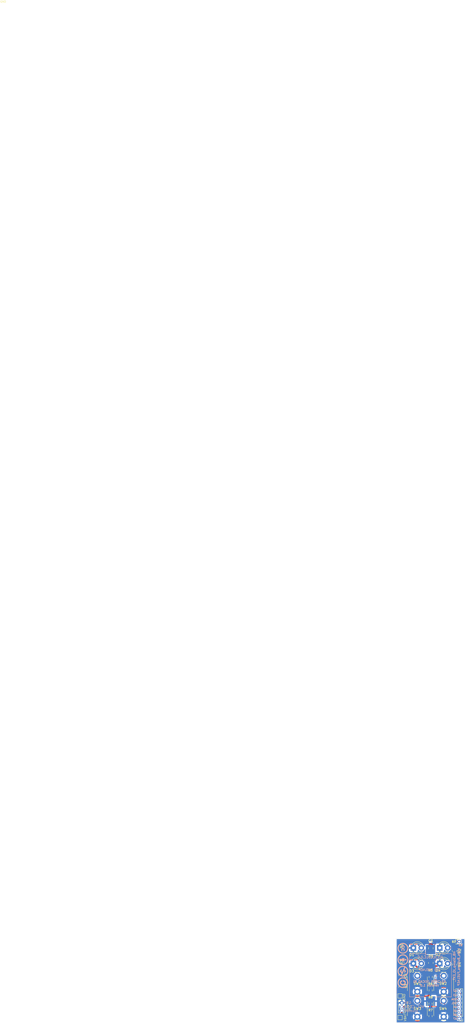
<source format=kicad_pcb>
(kicad_pcb (version 20240108) (generator "pcbnew") (generator_version "8.0")
  (title_block (title "HB_Stamp_ATMega1284P_FUEL4EP") (date "2024-09-29") (rev "1.5") (company "FUEL4EP"))
  (layers (0 "F.Cu" jumper) (31 "B.Cu" signal) (34 "B.Paste" user) (35 "F.Paste" user) (36 "B.SilkS" user "B.Silkscreen") (37 "F.SilkS" user "F.Silkscreen") (38 "B.Mask" user) (39 "F.Mask" user) (44 "Edge.Cuts" user))
  (net 0 "")
  (net 1 "GND")
  (net 2 "Net-(D1-A)")
  (net 3 "Net-(D2-A)")
  (net 4 "/SCL")
  (net 5 "/SDA")
  (net 6 "Net-(D3-A)")
  (net 7 "Net-(D4-A)")
  (net 8 "VCC")
  (net 9 "/plusBAT")
  (net 10 "/A4")
  (net 11 "/A2")
  (net 12 "/A5")
  (net 13 "/A3")
  (net 14 "/A7")
  (net 15 "/A6")
  (net 16 "/B3")
  (net 17 "Net-(BZ1-+)")
  (footprint "LED_THT:LED_D3.0mm" (layer "F.Cu") (at 5.53 -24)
    (property "Reference" "D1" (at -0.52 2.2 0) (layer "F.SilkS") (effects (font (size 0.8 0.8))))
    (property "Value" "LED blau")
    (pad "1" thru_hole rect (at 0 0) (size 1.8 1.8) (drill 0.9) (layers "*.Cu" "*.Mask") (net 1 "GND"))
    (pad "2" thru_hole circle (at 2.54 0) (size 1.8 1.8) (drill 0.9) (layers "*.Cu" "*.Mask") (net 2 "Net-(D1-A)"))
  )
  (footprint "Resistor_SMD:R_0805_2012Metric_Pad1.20x1.40mm_HandSolder" (layer "F.Cu") (at 18.669 -22.987 -90)
    (property "Reference" "R2" (at 0 -1.65 90) (layer "F.SilkS") (effects (font (size 0.8 0.8))))
    (property "Value" "220")
    (pad "1" smd roundrect (at -1 0 270) (size 1.2 1.4) (layers "F.Cu" "F.Paste" "F.Mask") (roundrect_rratio 0.208333) (net 3 "Net-(D2-A)"))
    (pad "2" smd roundrect (at 1 0 270) (size 1.2 1.4) (layers "F.Cu" "F.Paste" "F.Mask") (roundrect_rratio 0.208333) (net 13 "/A3"))
  )
  (footprint "Connector_PinHeader_1.27mm:PinHeader_1x03_P1.27mm_Vertical" (layer "F.Cu") (at 1.8288 -6.4516)
    (property "Reference" "J1" (hide yes))
    (property "Value" "Power")
    (pad "1" thru_hole rect (at 0 0) (size 1 1) (drill 0.65) (layers "*.Cu" "*.Mask") (net 1 "GND"))
    (pad "2" thru_hole oval (at 0 1.27) (size 1 1) (drill 0.65) (layers "*.Cu" "*.Mask") (net 8 "VCC"))
    (pad "3" thru_hole oval (at 0 2.54) (size 1 1) (drill 0.65) (layers "*.Cu" "*.Mask") (net 9 "/plusBAT"))
  )
  (footprint "Resistor_SMD:R_0603_1608Metric_Pad0.98x0.95mm_HandSolder" (layer "F.Cu") (at 11 -2.2 -90)
    (property "Reference" "R7" (at -1.9 0 0) (layer "F.SilkS") (effects (font (size 0.7 0.7))))
    (property "Value" "10k")
    (pad "1" smd roundrect (at -0.9125 0 270) (size 0.975 0.95) (layers "F.Cu" "F.Paste" "F.Mask") (net 15 "/A6"))
    (pad "2" smd roundrect (at 0.9125 0 270) (size 0.975 0.95) (layers "F.Cu" "F.Paste" "F.Mask") (net 8 "VCC"))
  )
  (footprint "FUEL4EP:SW_PUSH_5.08mm" (layer "F.Cu") (at 15.2 -10 90)
    (property "Reference" "SW2" (at 2.6 -0.2 180) (layer "F.SilkS") (effects (font (size 0.8 0.8))))
    (property "Value" "SW_Push")
    (pad "1" thru_hole circle (at 0 0 180) (size 2 2) (drill 1.1) (layers "*.Cu" "*.Mask") (net 1 "GND"))
    (pad "2" thru_hole circle (at 5.08 0 180) (size 2 2) (drill 1.1) (layers "*.Cu" "*.Mask") (net 12 "/A5"))
  )
  (footprint "LED_THT:LED_D3.0mm" (layer "F.Cu") (at 5.53 -19)
    (property "Reference" "D3" (at -0.52 2.4 0) (layer "F.SilkS") (effects (font (size 0.8 0.8))))
    (property "Value" "LED pink")
    (pad "1" thru_hole rect (at 0 0) (size 1.8 1.8) (drill 0.9) (layers "*.Cu" "*.Mask") (net 1 "GND"))
    (pad "2" thru_hole circle (at 2.54 0) (size 1.8 1.8) (drill 0.9) (layers "*.Cu" "*.Mask") (net 6 "Net-(D3-A)"))
  )
  (footprint "Resistor_SMD:R_0805_2012Metric_Pad1.20x1.40mm_HandSolder" (layer "F.Cu") (at 11.1 -19.2 -90)
    (property "Reference" "R9" (at -2.1 0 0) (layer "F.SilkS") (effects (font (size 0.8 0.8))))
    (property "Value" "10k")
    (pad "1" smd roundrect (at -1 0 270) (size 1.2 1.4) (layers "F.Cu" "F.Paste" "F.Mask") (roundrect_rratio 0.208333) (net 17 "Net-(BZ1-+)"))
    (pad "2" smd roundrect (at 1 0 270) (size 1.2 1.4) (layers "F.Cu" "F.Paste" "F.Mask") (roundrect_rratio 0.208333) (net 1 "GND"))
  )
  (footprint "Resistor_SMD:R_0603_1608Metric_Pad0.98x0.95mm_HandSolder" (layer "F.Cu") (at 11.049 -10.4125 -90)
    (property "Reference" "R6" (at -2.0875 0.049 0) (layer "F.SilkS") (effects (font (size 0.7 0.7))))
    (property "Value" "10k")
    (pad "1" smd roundrect (at -0.9125 0 270) (size 0.975 0.95) (layers "F.Cu" "F.Paste" "F.Mask") (net 12 "/A5"))
    (pad "2" smd roundrect (at 0.9125 0 270) (size 0.975 0.95) (layers "F.Cu" "F.Paste" "F.Mask") (net 8 "VCC"))
  )
  (footprint "Connector_PinHeader_1.27mm:PinHeader_1x01_P1.27mm_Vertical" (layer "F.Cu") (at 20.1676 -26.0096)
    (property "Reference" "J6" (hide yes))
    (property "Value" "IO3" (hide yes))
    (pad "1" thru_hole rect (at 0 0) (size 1 1) (drill 0.65) (layers "*.Cu" "*.Mask") (net 16 "/B3"))
  )
  (footprint "LED_THT:LED_D3.0mm" (layer "F.Cu") (at 13.93 -19)
    (property "Reference" "D4" (at -0.52 2.2 0) (layer "F.SilkS") (effects (font (size 0.8 0.8))))
    (property "Value" "LED rot")
    (pad "1" thru_hole rect (at 0 0) (size 1.8 1.8) (drill 0.9) (layers "*.Cu" "*.Mask") (net 1 "GND"))
    (pad "2" thru_hole circle (at 2.54 0) (size 1.8 1.8) (drill 0.9) (layers "*.Cu" "*.Mask") (net 7 "Net-(D4-A)"))
  )
  (footprint "Resistor_SMD:R_0805_2012Metric_Pad1.20x1.40mm_HandSolder" (layer "F.Cu") (at 18.669 -18.653 -90)
    (property "Reference" "R4" (at 0 -1.65 90) (layer "F.SilkS") (effects (font (size 0.8 0.8))))
    (property "Value" "220")
    (pad "1" smd roundrect (at -1 0 270) (size 1.2 1.4) (layers "F.Cu" "F.Paste" "F.Mask") (roundrect_rratio 0.208333) (net 7 "Net-(D4-A)"))
    (pad "2" smd roundrect (at 1 0 270) (size 1.2 1.4) (layers "F.Cu" "F.Paste" "F.Mask") (roundrect_rratio 0.208333) (net 4 "/SCL"))
  )
  (footprint "Connector_PinHeader_1.27mm:PinHeader_1x08_P1.27mm_Vertical" (layer "F.Cu") (at 20.1676 -1.3716 180)
    (property "Reference" "J4" (hide yes))
    (property "Value" "IO1" (hide yes))
    (pad "1" thru_hole rect (at 0 0 180) (size 1 1) (drill 0.65) (layers "*.Cu" "*.Mask") (net 14 "/A7"))
    (pad "2" thru_hole oval (at 0 1.27 180) (size 1 1) (drill 0.65) (layers "*.Cu" "*.Mask") (net 15 "/A6"))
    (pad "3" thru_hole oval (at 0 2.54 180) (size 1 1) (drill 0.65) (layers "*.Cu" "*.Mask") (net 12 "/A5"))
    (pad "4" thru_hole oval (at 0 3.81 180) (size 1 1) (drill 0.65) (layers "*.Cu" "*.Mask") (net 10 "/A4"))
    (pad "5" thru_hole oval (at 0 5.08 180) (size 1 1) (drill 0.65) (layers "*.Cu" "*.Mask") (net 4 "/SCL"))
    (pad "6" thru_hole oval (at 0 6.35 180) (size 1 1) (drill 0.65) (layers "*.Cu" "*.Mask") (net 5 "/SDA"))
    (pad "7" thru_hole oval (at 0 7.62 180) (size 1 1) (drill 0.65) (layers "*.Cu" "*.Mask") (net 13 "/A3"))
    (pad "8" thru_hole oval (at 0 8.89 180) (size 1 1) (drill 0.65) (layers "*.Cu" "*.Mask") (net 11 "/A2"))
  )
  (footprint "Resistor_SMD:R_0603_1608Metric_Pad0.98x0.95mm_HandSolder" (layer "F.Cu") (at 11 -6.2 90)
    (property "Reference" "R8" (at 2 0 180) (layer "F.SilkS") (effects (font (size 0.7 0.7))))
    (property "Value" "10k")
    (pad "1" smd roundrect (at -0.9125 0 90) (size 0.975 0.95) (layers "F.Cu" "F.Paste" "F.Mask") (net 14 "/A7"))
    (pad "2" smd roundrect (at 0.9125 0 90) (size 0.975 0.95) (layers "F.Cu" "F.Paste" "F.Mask") (net 8 "VCC"))
  )
  (footprint "LED_THT:LED_D3.0mm" (layer "F.Cu") (at 13.93 -24)
    (property "Reference" "D2" (at -0.52 2.2 0) (layer "F.SilkS") (effects (font (size 0.8 0.8))))
    (property "Value" "LED gelb")
    (pad "1" thru_hole rect (at 0 0) (size 1.8 1.8) (drill 0.9) (layers "*.Cu" "*.Mask") (net 1 "GND"))
    (pad "2" thru_hole circle (at 2.54 0) (size 1.8 1.8) (drill 0.9) (layers "*.Cu" "*.Mask") (net 3 "Net-(D2-A)"))
  )
  (footprint "FUEL4EP:SW_PUSH_5.08mm" (layer "F.Cu") (at 6.8 -2 90)
    (property "Reference" "SW3" (at 2.6 0 180) (layer "F.SilkS") (effects (font (size 0.8 0.8))))
    (property "Value" "SW_Push")
    (pad "1" thru_hole circle (at 0 0 180) (size 2 2) (drill 1.1) (layers "*.Cu" "*.Mask") (net 1 "GND"))
    (pad "2" thru_hole circle (at 5.08 0 180) (size 2 2) (drill 1.1) (layers "*.Cu" "*.Mask") (net 15 "/A6"))
  )
  (footprint "Resistor_SMD:R_0805_2012Metric_Pad1.20x1.40mm_HandSolder" (layer "F.Cu") (at 3.3 -24.2 -90)
    (property "Reference" "R1" (at -0.413 1.502 90) (layer "F.SilkS") (effects (font (size 0.8 0.8))))
    (property "Value" "220")
    (pad "1" smd roundrect (at -1 0 270) (size 1.2 1.4) (layers "F.Cu" "F.Paste" "F.Mask") (roundrect_rratio 0.208333) (net 2 "Net-(D1-A)"))
    (pad "2" smd roundrect (at 1 0 270) (size 1.2 1.4) (layers "F.Cu" "F.Paste" "F.Mask") (roundrect_rratio 0.208333) (net 11 "/A2"))
  )
  (footprint "Capacitor_SMD:C_0805_2012Metric_Pad1.18x1.45mm_HandSolder" (layer "F.Cu") (at 1.6 -15.3625 -90)
    (property "Reference" "C2" (at 0.2625 -1.5 90) (layer "F.SilkS") (effects (font (size 0.7 0.7))))
    (property "Value" "100n")
    (pad "1" smd roundrect (at -1.0375 0 270) (size 1.175 1.45) (layers "F.Cu" "F.Paste" "F.Mask") (roundrect_rratio 0.212766) (net 8 "VCC"))
    (pad "2" smd roundrect (at 1.0375 0 270) (size 1.175 1.45) (layers "F.Cu" "F.Paste" "F.Mask") (roundrect_rratio 0.212766) (net 1 "GND"))
  )
  (footprint "Capacitor_SMD:C_0805_2012Metric_Pad1.18x1.45mm_HandSolder" (layer "F.Cu") (at 1.6 -11.5375 90)
    (property "Reference" "C3" (at 0.2625 1.5 90) (layer "F.SilkS") (effects (font (size 0.7 0.7))))
    (property "Value" "10u")
    (pad "1" smd roundrect (at -1.0375 0 90) (size 1.175 1.45) (layers "F.Cu" "F.Paste" "F.Mask") (roundrect_rratio 0.212766) (net 8 "VCC"))
    (pad "2" smd roundrect (at 1.0375 0 90) (size 1.175 1.45) (layers "F.Cu" "F.Paste" "F.Mask") (roundrect_rratio 0.212766) (net 1 "GND"))
  )
  (footprint "Resistor_SMD:R_0603_1608Metric_Pad0.98x0.95mm_HandSolder" (layer "F.Cu") (at 11.049 -14.7125 90)
    (property "Reference" "R5" (at 2.0875 -0.049 180) (layer "F.SilkS") (effects (font (size 0.7 0.7))))
    (property "Value" "10k")
    (pad "1" smd roundrect (at -0.9125 0 90) (size 0.975 0.95) (layers "F.Cu" "F.Paste" "F.Mask") (net 10 "/A4"))
    (pad "2" smd roundrect (at 0.9125 0 90) (size 0.975 0.95) (layers "F.Cu" "F.Paste" "F.Mask") (net 8 "VCC"))
  )
  (footprint "Resistor_SMD:R_0805_2012Metric_Pad1.20x1.40mm_HandSolder" (layer "F.Cu") (at 3.3 -19.3 -90)
    (property "Reference" "R3" (at -0.115 1.502 90) (layer "F.SilkS") (effects (font (size 0.8 0.8))))
    (property "Value" "220")
    (pad "1" smd roundrect (at -1 0 270) (size 1.2 1.4) (layers "F.Cu" "F.Paste" "F.Mask") (roundrect_rratio 0.208333) (net 6 "Net-(D3-A)"))
    (pad "2" smd roundrect (at 1 0 270) (size 1.2 1.4) (layers "F.Cu" "F.Paste" "F.Mask") (roundrect_rratio 0.208333) (net 5 "/SDA"))
  )
  (footprint "TestPoint:TestPoint_Pad_1.0x1.0mm" (layer "F.Cu") (at 1.27 -1.7272)
    (property "Reference" "TP2" (hide yes))
    (property "Value" "Vaccu" (hide yes))
    (pad "1" smd rect (at 0 0) (size 1 1) (layers "F.Cu" "F.Mask") (net 9 "/plusBAT"))
  )
  (footprint "FUEL4EP:SW_PUSH_5.08mm" (layer "F.Cu") (at 15.2 -2 90)
    (property "Reference" "SW4" (at 2.6 -0.2 180) (layer "F.SilkS") (effects (font (size 0.8 0.8))))
    (property "Value" "SW_Push")
    (pad "1" thru_hole circle (at 0 0 180) (size 2 2) (drill 1.1) (layers "*.Cu" "*.Mask") (net 1 "GND"))
    (pad "2" thru_hole circle (at 5.08 0 180) (size 2 2) (drill 1.1) (layers "*.Cu" "*.Mask") (net 14 "/A7"))
  )
  (footprint "Capacitor_SMD:C_0805_2012Metric_Pad1.18x1.45mm_HandSolder" (layer "F.Cu") (at 11.1 -23.9 90)
    (property "Reference" "C1" (at 2.3625 0 180) (layer "F.SilkS") (effects (font (size 0.8 0.8))))
    (property "Value" "1u")
    (pad "1" smd roundrect (at -1.0375 0 90) (size 1.175 1.45) (layers "F.Cu" "F.Paste" "F.Mask") (roundrect_rratio 0.212766) (net 16 "/B3"))
    (pad "2" smd roundrect (at 1.0375 0 90) (size 1.175 1.45) (layers "F.Cu" "F.Paste" "F.Mask") (roundrect_rratio 0.212766) (net 17 "Net-(BZ1-+)"))
  )
  (footprint "FUEL4EP:SW_PUSH_5.08mm" (layer "F.Cu") (at 6.8 -10 90)
    (property "Reference" "SW1" (at 2.6 0 180) (layer "F.SilkS") (effects (font (size 0.8 0.8))))
    (property "Value" "SW_Push")
    (pad "1" thru_hole circle (at 0 0 180) (size 2 2) (drill 1.1) (layers "*.Cu" "*.Mask") (net 1 "GND"))
    (pad "2" thru_hole circle (at 5.08 0 180) (size 2 2) (drill 1.1) (layers "*.Cu" "*.Mask") (net 10 "/A4"))
  )
  (footprint "FUEL4EP:CC-BY-ND-SA_bottom" (layer "F.Cu") (at 2.2 -18.4 -90)
    (property "Reference" "LOGO1" (hide yes))
    (property "Value" "Logo_Open_Hardware_Small" (hide yes))
  )
  (footprint "TestPoint:TestPoint_Pad_1.0x1.0mm" (layer "F.Cu") (at 1.27 -8.636)
    (property "Reference" "TP1" (hide yes))
    (property "Value" "GND" (hide yes))
    (pad "1" smd rect (at 0 0) (size 1 1) (layers "F.Cu" "F.Mask") (net 1 "GND"))
  )
  (footprint "FUEL4EP:Buzzer_SMD_POPESQ_POPESQ_13mm_13mm_2.5mm" (layer "B.Cu") (at 11 -15.25 -90)
    (property "Reference" "BZ1" (hide yes))
    (property "Value" "Piezo Buzzer")
    (pad "1" smd rect (at -8.25 0 270) (size 3 3) (layers "B.Cu" "B.Paste" "B.Mask") (net 17 "Net-(BZ1-+)"))
    (pad "2" smd rect (at 8.25 0 270) (size 3 3) (layers "B.Cu" "B.Paste" "B.Mask") (net 1 "GND"))
  )
  (gr_line (start 0 0) (end 0 -27) (stroke (width 0.038099)) (layer "Edge.Cuts"))
  (gr_line (start 22 0) (end 0 0) (stroke (width 0.038099)) (layer "Edge.Cuts"))
  (gr_line (start 22 -27) (end 22 0) (stroke (width 0.038099)) (layer "Edge.Cuts"))
  (gr_line (start 0 -27) (end 22 -27) (stroke (width 0.038099)) (layer "Edge.Cuts"))
  (gr_text "A6" (at 19.4564 -2.286 0) (layer "B.SilkS") (effects (font (size 0.6 0.6) (thickness 0.15) (bold yes)) (justify left bottom mirror)))
  (gr_text "02/2025 (KiCAD 8)\n" (at 16 -13.2 0) (layer "B.SilkS") (effects (font (size 0.7 0.7)) (justify left mirror)))
  (gr_text "VCC (3.3V)" (at 5.6 -5.2 0) (layer "B.SilkS") (effects (font (size 0.8 0.8) (thickness 0.1)) (justify mirror)))
  (gr_text "LEDs_Buttons_FUEL4EP\n" (at 20 -24 90) (layer "B.SilkS") (effects (font (size 0.7 0.7)) (justify left mirror)))
  (gr_text "A7" (at 19.4564 -1.016 0) (layer "B.SilkS") (effects (font (size 0.6 0.6) (thickness 0.15) (bold yes)) (justify left bottom mirror)))
  (gr_text "SCL" (at 19.4564 -5.9944 0) (layer "B.SilkS") (effects (font (size 0.6 0.6) (thickness 0.15) (bold yes)) (justify left bottom mirror)))
  (gr_text "HB_Stamp_IO_EXT_" (at 18.6 -23 90) (layer "B.SilkS") (effects (font (size 0.7 0.7)) (justify left mirror)))
  (gr_text "B3\n" (at 21.2852 -24.5364 0) (layer "B.SilkS") (effects (font (size 0.6 0.6) (thickness 0.15) (bold yes)) (justify left bottom mirror)))
  (gr_text "A4" (at 19.4564 -4.7752 0) (layer "B.SilkS") (effects (font (size 0.6 0.6) (thickness 0.15) (bold yes)) (justify left bottom mirror)))
  (gr_text "(C) FUEL4EP" (at 14 -17 0) (layer "B.SilkS") (effects (font (size 0.7 0.7)) (justify left mirror)))
  (gr_text "Version 1.0" (at 13.8 -12 0) (layer "B.SilkS") (effects (font (size 0.7 0.7)) (justify left mirror)))
  (gr_text "SDA" (at 19.4564 -7.2136 0) (layer "B.SilkS") (effects (font (size 0.6 0.6) (thickness 0.15) (bold yes)) (justify left bottom mirror)))
  (gr_text "JLCJLCJLCJLC" (at 15.24 -20.574 0) (layer "B.SilkS") (effects (font (size 0.8128 0.8128) (thickness 0.1524) (bold yes)) (justify left bottom mirror)))
  (gr_text "A2\n" (at 19.4564 -9.9568 0) (layer "B.SilkS") (effects (font (size 0.6 0.6) (thickness 0.15) (bold yes)) (justify left bottom mirror)))
  (gr_text "GND" (at 3.6 -6.5024 0) (layer "B.SilkS") (effects (font (size 0.8 0.8) (thickness 0.1)) (justify mirror)))
  (gr_text "plusBAT" (at 4.699 -3.937 0) (layer "B.SilkS") (effects (font (size 0.8 0.8) (thickness 0.1)) (justify mirror)))
  (gr_text "A3" (at 19.4564 -8.5344 0) (layer "B.SilkS") (effects (font (size 0.6 0.6) (thickness 0.15) (bold yes)) (justify left bottom mirror)))
  (gr_text "A5" (at 19.4564 -3.5052 0) (layer "B.SilkS") (effects (font (size 0.6 0.6) (thickness 0.15) (bold yes)) (justify left bottom mirror)))
  (gr_text "B3" (at 17.7292 -25.6032 0) (layer "F.SilkS") (effects (font (size 0.6 0.6) (thickness 0.15) (bold yes)) (justify left bottom)))
  (gr_text "VCC" (at 4.318 -4.826 90) (layer "F.SilkS") (effects (font (size 0.7 0.7) (thickness 0.1) (italic yes))))
  (gr_text "GND\n" (at 2.5908 -8.2296 90) (layer "F.SilkS") (effects (font (size 0.7 0.7) (thickness 0.1) (italic yes))))
  (gr_text "GND" (at -125.476 -326.39 0) (layer "F.SilkS") (effects (font (size 0.6 0.6) (thickness 0.1))))
  (gr_text "VBAT" (at 2.8956 -1.7272 90) (layer "F.SilkS") (effects (font (size 0.7 0.7) (thickness 0.1) (italic yes))))
  (segment (start 1.8288 -8.0772) (end 1.27 -8.636) (width 0.5) (layer "F.Cu") (net 1))
  (segment (start 0.425 -9.481) (end 1.27 -8.636) (width 0.5) (layer "F.Cu") (net 1))
  (segment (start 1.6 -12.575) (end 1.6 -14.325) (width 0.5) (layer "F.Cu") (net 1))
  (segment (start 11.1 -18.2) (end 13.13 -18.2) (width 0.5) (layer "F.Cu") (net 1))
  (segment (start 10.25 -17.65) (end 6.88 -17.65) (width 0.5) (layer "F.Cu") (net 1))
  (segment (start 1.6 -12.575) (end 0.425 -11.4) (width 0.5) (layer "F.Cu") (net 1))
  (segment (start 0.425 -11.4) (end 0.425 -9.481) (width 0.5) (layer "F.Cu") (net 1))
  (segment (start 6.88 -17.65) (end 5.53 -19) (width 0.5) (layer "F.Cu") (net 1))
  (segment (start 13.13 -18.2) (end 13.93 -19) (width 0.5) (layer "F.Cu") (net 1))
  (segment (start 1.8288 -6.4516) (end 1.8288 -8.0772) (width 0.5) (layer "F.Cu") (net 1))
  (segment (start 10.6 -18) (end 10.25 -17.65) (width 0.5) (layer "F.Cu") (net 1))
  (segment (start 1.778 -7.493) (end 1.778 -6.5024) (width 0.5) (layer "B.Cu") (net 1))
  (segment (start 3.3 -25.2) (end 6.94 -25.2) (width 0.2) (layer "F.Cu") (net 2))
  (segment (start 6.94 -25.13) (end 8.07 -24) (width 0.2) (layer "F.Cu") (net 2))
  (segment (start 6.94 -25.2) (end 6.94 -25.13) (width 0.2) (layer "F.Cu") (net 2))
  (segment (start 16.483 -23.987) (end 16.47 -24) (width 0.2) (layer "F.Cu") (net 3))
  (segment (start 18.669 -23.987) (end 16.483 -23.987) (width 0.2) (layer "F.Cu") (net 3))
  (segment (start 18.669 -17.653) (end 18.669 -7.9502) (width 0.2) (layer "F.Cu") (net 4))
  (segment (start 18.669 -7.9502) (end 20.1676 -6.4516) (width 0.2) (layer "F.Cu") (net 4))
  (segment (start 16.531256 -17.1) (end 17.984256 -18.553) (width 0.2) (layer "F.Cu") (net 5))
  (segment (start 3.3 -18.3) (end 4.5 -17.1) (width 0.2) (layer "F.Cu") (net 5))
  (segment (start 19.342 -10.579) (end 19.342 -8.09) (width 0.2) (layer "F.Cu") (net 5))
  (segment (start 19.669 -18.331) (end 19.669 -10.906) (width 0.2) (layer "F.Cu") (net 5))
  (segment (start 19.447 -18.553) (end 19.669 -18.331) (width 0.2) (layer "F.Cu") (net 5))
  (segment (start 19.342 -8.09) (end 19.7104 -7.7216) (width 0.2) (layer "F.Cu") (net 5))
  (segment (start 17.984256 -18.553) (end 19.447 -18.553) (width 0.2) (layer "F.Cu") (net 5))
  (segment (start 4.5 -17.1) (end 16.531256 -17.1) (width 0.2) (layer "F.Cu") (net 5))
  (segment (start 19.7104 -7.7216) (end 20.1676 -7.7216) (width 0.2) (layer "F.Cu") (net 5))
  (segment (start 19.669 -10.906) (end 19.342 -10.579) (width 0.2) (layer "F.Cu") (net 5))
  (segment (start 6.94 -20.2) (end 6.94 -20.13) (width 0.2) (layer "F.Cu") (net 6))
  (segment (start 3.4 -20.2) (end 6.94 -20.2) (width 0.2) (layer "F.Cu") (net 6))
  (segment (start 6.94 -20.13) (end 8.07 -19) (width 0.2) (layer "F.Cu") (net 6))
  (segment (start 3.3 -20.3) (end 3.4 -20.2) (width 0.2) (layer "F.Cu") (net 6))
  (segment (start 16.993 -19.653) (end 16.34 -19) (width 0.2) (layer "F.Cu") (net 7))
  (segment (start 18.669 -19.653) (end 17.123 -19.653) (width 0.2) (layer "F.Cu") (net 7))
  (segment (start 17.123 -19.653) (end 16.47 -19) (width 0.2) (layer "F.Cu") (net 7))
  (segment (start 3.83 -16.53) (end 3.429 -16.129) (width 0.5) (layer "F.Cu") (net 8))
  (segment (start 3.429 -5.08) (end 3.429 -8.337) (width 0.5) (layer "F.Cu") (net 8))
  (segment (start 10.144 -16.53) (end 11.049 -15.625) (width 0.5) (layer "F.Cu") (net 8))
  (segment (start 3.429 -8.763) (end 3.642 -8.55) (width 0.5) (layer "F.Cu") (net 8))
  (segment (start 1.6 -10.5) (end 3.329 -10.5) (width 0.5) (layer "F.Cu") (net 8))
  (segment (start 1.8288 -5.1816) (end 3.3274 -5.1816) (width 0.5) (layer "F.Cu") (net 8))
  (segment (start 3.3274 -5.1816) (end 3.429 -5.08) (width 0.5) (layer "F.Cu") (net 8))
  (segment (start 3.662 -8.53) (end 3.642 -8.55) (width 0.5) (layer "F.Cu") (net 8))
  (segment (start 10.079 -8.53) (end 11.049 -9.5) (width 0.5) (layer "F.Cu") (net 8))
  (segment (start 10.2625 -0.55) (end 11 -1.2875) (width 0.5) (layer "F.Cu") (net 8))
  (segment (start 3.429 -10.6) (end 3.429 -8.763) (width 0.5) (layer "F.Cu") (net 8))
  (segment (start 3.158 -16.4) (end 3.429 -16.129) (width 0.5) (layer "F.Cu") (net 8))
  (segment (start 3.429 -16.129) (end 3.429 -10.6) (width 0.5) (layer "F.Cu") (net 8))
  (segment (start 3.83 -16.53) (end 10.144 -16.53) (width 0.5) (layer "F.Cu") (net 8))
  (segment (start 3.429 -5.08) (end 3.429 -0.973) (width 0.5) (layer "F.Cu") (net 8))
  (segment (start 1.6 -16.4) (end 3.158 -16.4) (width 0.5) (layer "F.Cu") (net 8))
  (segment (start 3.329 -10.5) (end 3.429 -10.6) (width 0.5) (layer "F.Cu") (net 8))
  (segment (start 3.852 -0.55) (end 10.2625 -0.55) (width 0.5) (layer "F.Cu") (net 8))
  (segment (start 11 -7.6) (end 10.07 -8.53) (width 0.5) (layer "F.Cu") (net 8))
  (segment (start 10.07 -8.53) (end 10.079 -8.53) (width 0.5) (layer "F.Cu") (net 8))
  (segment (start 11 -7.1125) (end 11 -7.6) (width 0.5) (layer "F.Cu") (net 8))
  (segment (start 3.429 -8.337) (end 3.642 -8.55) (width 0.5) (layer "F.Cu") (net 8))
  (segment (start 10.07 -8.53) (end 3.662 -8.53) (width 0.5) (layer "F.Cu") (net 8))
  (segment (start 3.429 -0.973) (end 3.852 -0.55) (width 0.5) (layer "F.Cu") (net 8))
  (segment (start 1.8288 -2.3622) (end 1.8288 -3.9116) (width 0.5) (layer "F.Cu") (net 9))
  (segment (start 1.27 -1.8034) (end 1.8288 -2.3622) (width 0.5) (layer "F.Cu") (net 9))
  (segment (start 11.049 -13.8) (end 8.08 -13.8) (width 0.2) (layer "F.Cu") (net 10))
  (segment (start 17.164 -11.336) (end 17.164 -8.1852) (width 0.2) (layer "F.Cu") (net 10))
  (segment (start 8.08 -13.8) (end 6.8 -15.08) (width 0.2) (layer "F.Cu") (net 10))
  (segment (start 17.164 -8.1852) (end 20.1676 -5.1816) (width 0.2) (layer "F.Cu") (net 10))
  (segment (start 11.049 -13.8) (end 14.7 -13.8) (width 0.2) (layer "F.Cu") (net 10))
  (segment (start 14.7 -13.8) (end 17.164 -11.336) (width 0.2) (layer "F.Cu") (net 10))
  (segment (start 11.7 -19.1) (end 12.52 -19.92) (width 0.2) (layer "F.Cu") (net 11))
  (segment (start 8.447 -20.953) (end 10.3 -19.1) (width 0.2) (layer "F.Cu") (net 11))
  (segment (start 3.3 -23.2) (end 3.3 -23) (width 0.2) (layer "F.Cu") (net 11))
  (segment (start 10.3 -19.1) (end 11.7 -19.1) (width 0.2) (layer "F.Cu") (net 11))
  (segment (start 20.1676 -20.530086) (end 20.1676 -10.2616) (width 0.2) (layer "F.Cu") (net 11))
  (segment (start 19.744686 -20.953) (end 20.1676 -20.530086) (width 0.2) (layer "F.Cu") (net 11))
  (segment (start 12.52 -20.12) (end 13.353 -20.953) (width 0.2) (layer "F.Cu") (net 11))
  (segment (start 3.3 -23) (end 5.347 -20.953) (width 0.2) (layer "F.Cu") (net 11))
  (segment (start 12.52 -19.92) (end 12.52 -20.12) (width 0.2) (layer "F.Cu") (net 11))
  (segment (start 13.353 -20.953) (end 19.744686 -20.953) (width 0.2) (layer "F.Cu") (net 11))
  (segment (start 5.347 -20.953) (end 8.447 -20.953) (width 0.2) (layer "F.Cu") (net 11))
  (segment (start 12.6 -12.8) (end 12.6 -11.325) (width 0.2) (layer "F.Cu") (net 12))
  (segment (start 16.764 -7.3152) (end 16.764 -11.136) (width 0.2) (layer "F.Cu") (net 12))
  (segment (start 12.68 -15.08) (end 12.6 -15) (width 0.2) (layer "F.Cu") (net 12))
  (segment (start 15.2 -15.08) (end 12.68 -15.08) (width 0.2) (layer "F.Cu") (net 12))
  (segment (start 16.764 -11.136) (end 16.575 -11.325) (width 0.2) (layer "F.Cu") (net 12))
  (segment (start 16.575 -11.325) (end 12.6 -11.325) (width 0.2) (layer "F.Cu") (net 12))
  (segment (start 12.6 -11.325) (end 11.049 -11.325) (width 0.2) (layer "F.Cu") (net 12))
  (segment (start 20.1676 -3.9116) (end 16.764 -7.3152) (width 0.2) (layer "F.Cu") (net 12))
  (via (at 12.6 -15) (size 0.6) (drill 0.4) (layers "F.Cu" "B.Cu") (net 12))
  (via (at 12.6 -12.8) (size 0.6) (drill 0.4) (layers "F.Cu" "B.Cu") (net 12))
  (segment (start 12.6 -12.6) (end 12.6 -15) (width 0.2) (layer "B.Cu") (net 12))
  (segment (start 12.6 -12.6) (end 12.6 -12.8) (width 0.2) (layer "B.Cu") (net 12))
  (segment (start 21.082 -9.906) (end 20.1676 -8.9916) (width 0.2) (layer "F.Cu") (net 13))
  (segment (start 19.369 -21.987) (end 21.082 -20.274) (width 0.2) (layer "F.Cu") (net 13))
  (segment (start 18.669 -21.987) (end 19.369 -21.987) (width 0.2) (layer "F.Cu") (net 13))
  (segment (start 21.082 -20.274) (end 21.082 -9.906) (width 0.2) (layer "F.Cu") (net 13))
  (segment (start 20.1676 -1.3716) (end 15 -6.5392) (width 0.2) (layer "F.Cu") (net 14))
  (segment (start 11 -5.2875) (end 13.4075 -5.2875) (width 0.2) (layer "F.Cu") (net 14))
  (segment (start 13.4075 -5.2875) (end 15.2 -7.08) (width 0.2) (layer "F.Cu") (net 14))
  (segment (start 11 -3.1125) (end 10.8675 -3.1125) (width 0.2) (layer "F.Cu") (net 15))
  (segment (start 20.904 -0.508) (end 19.177 -0.508) (width 0.2) (layer "F.Cu") (net 15))
  (segment (start 15.875 -3.81) (end 12.8 -3.81) (width 0.2) (layer "F.Cu") (net 15))
  (segment (start 21.1074 -2.6416) (end 21.1074 -0.7114) (width 0.2) (layer "F.Cu") (net 15))
  (segment (start 12.1025 -3.1125) (end 11 -3.1125) (width 0.2) (layer "F.Cu") (net 15))
  (segment (start 20.1676 -2.6416) (end 21.1074 -2.6416) (width 0.2) (layer "F.Cu") (net 15))
  (segment (start 19.177 -0.508) (end 15.875 -3.81) (width 0.2) (layer "F.Cu") (net 15))
  (segment (start 6.9 -7.08) (end 6.8 -7.08) (width 0.2) (layer "F.Cu") (net 15))
  (segment (start 10.8675 -3.1125) (end 6.9 -7.08) (width 0.2) (layer "F.Cu") (net 15))
  (segment (start 21.1074 -0.7114) (end 20.904 -0.508) (width 0.2) (layer "F.Cu") (net 15))
  (segment (start 12.8 -3.81) (end 12.1025 -3.1125) (width 0.2) (layer "F.Cu") (net 15))
  (segment (start 13.3296 -26.0096) (end 12.2 -24.88) (width 0.2) (layer "F.Cu") (net 16))
  (segment (start 12.2 -23.9625) (end 11.1 -22.8625) (width 0.2) (layer "F.Cu") (net 16))
  (segment (start 20.1676 -26.0096) (end 13.3296 -26.0096) (width 0.2) (layer "F.Cu") (net 16))
  (segment (start 12.2 -24.88) (end 12.2 -23.9625) (width 0.2) (layer "F.Cu") (net 16))
  (segment (start 11 -25.0375) (end 11.1 -24.9375) (width 0.2) (layer "F.Cu") (net 17))
  (segment (start 11 -25.8) (end 11 -25.0375) (width 0.2) (layer "F.Cu") (net 17))
  (segment (start 11.1 -24.9375) (end 9.582843 -23.420343) (width 0.2) (layer "F.Cu") (net 17))
  (segment (start 9.582843 -21.717157) (end 11.1 -20.2) (width 0.2) (layer "F.Cu") (net 17))
  (segment (start 9.582843 -23.420343) (end 9.582843 -21.717157) (width 0.2) (layer "F.Cu") (net 17))
  (via (at 11 -25.8) (size 0.6) (drill 0.4) (layers "F.Cu" "B.Cu") (net 17))
  (segment (start 11 -23.5) (end 11 -25.8) (width 0.2) (layer "B.Cu") (net 17))
  (zone (net 1) (net_name "GND") (layer "B.Cu") (connect_pads (clearance 0)) (min_thickness 0.25) (fill yes (thermal_gap 0.5) (thermal_bridge_width 0.5))
    (polygon (pts (xy 0.2 -0.2) (xy 0.2 -26.8) (xy 21.8 -26.8) (xy 21.8 -0.2)))
  )
)
</source>
